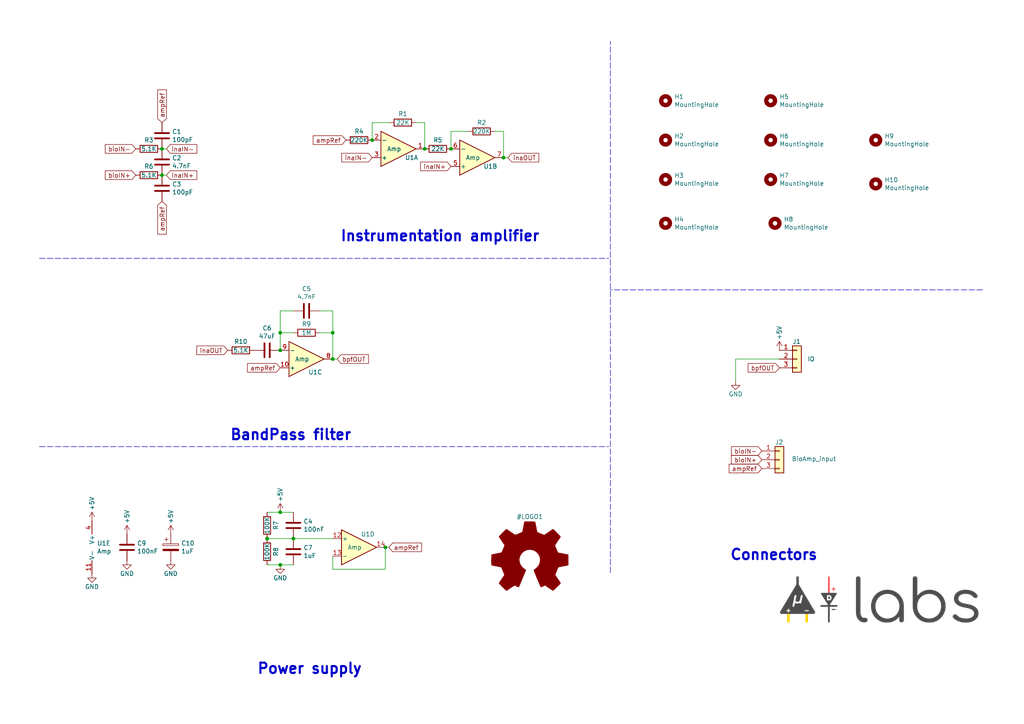
<source format=kicad_sch>
(kicad_sch (version 20231120) (generator "eeschema") (generator_version "8.0")
  (paper "A4")
  (title_block (title "Heart BioAmp Candy") (date "2024-11-17") (rev "v0.2") (company "Upside Down Labs") (comment 1 "Quad OpAmp based design") (comment 2 "Chords application compatible") (comment 3 "Heart BioAmp Candy") (comment 4 "Candy size sensor for ECG"))
  (lib_symbols
    (symbol "Amplifier_Operational:LM324" (pin_names (offset 0.127))
      (property "Reference" "U" (at 0 5.08 0))
      (property "Value" "LM324" (at 0 -5.08 0))
      (symbol "LM324_1_1"
        (polyline (pts (xy -5.08 5.08) (xy 5.08 0) (xy -5.08 -5.08) (xy -5.08 5.08)) (stroke (width 0.254)) (fill (type background)))
        (pin output line (at 7.62 0 180) (length 2.54) (name "~") (number "1"))
        (pin input line (at -7.62 -2.54 0) (length 2.54) (name "-") (number "2"))
        (pin input line (at -7.62 2.54 0) (length 2.54) (name "+") (number "3"))
      )
      (symbol "LM324_2_1"
        (polyline (pts (xy -5.08 5.08) (xy 5.08 0) (xy -5.08 -5.08) (xy -5.08 5.08)) (stroke (width 0.254)) (fill (type background)))
        (pin input line (at -7.62 2.54 0) (length 2.54) (name "+") (number "5"))
        (pin input line (at -7.62 -2.54 0) (length 2.54) (name "-") (number "6"))
        (pin output line (at 7.62 0 180) (length 2.54) (name "~") (number "7"))
      )
      (symbol "LM324_3_1"
        (polyline (pts (xy -5.08 5.08) (xy 5.08 0) (xy -5.08 -5.08) (xy -5.08 5.08)) (stroke (width 0.254)) (fill (type background)))
        (pin input line (at -7.62 2.54 0) (length 2.54) (name "+") (number "10"))
        (pin output line (at 7.62 0 180) (length 2.54) (name "~") (number "8"))
        (pin input line (at -7.62 -2.54 0) (length 2.54) (name "-") (number "9"))
      )
      (symbol "LM324_4_1"
        (polyline (pts (xy -5.08 5.08) (xy 5.08 0) (xy -5.08 -5.08) (xy -5.08 5.08)) (stroke (width 0.254)) (fill (type background)))
        (pin input line (at -7.62 2.54 0) (length 2.54) (name "+") (number "12"))
        (pin input line (at -7.62 -2.54 0) (length 2.54) (name "-") (number "13"))
        (pin output line (at 7.62 0 180) (length 2.54) (name "~") (number "14"))
      )
      (symbol "LM324_5_1"
        (pin power_in line (at -2.54 -7.62 90) (length 3.81) (name "V-") (number "11"))
        (pin power_in line (at -2.54 7.62 270) (length 3.81) (name "V+") (number "4"))
      )
    )
    (symbol "Connector_Generic:Conn_01x03" (pin_names (offset 1.016) hide)
      (property "Reference" "J" (at 0 5.08 0))
      (property "Value" "Conn_01x03" (at 0 -5.08 0))
      (symbol "Conn_01x03_1_1"
        (rectangle (start -1.27 -2.413) (end 0 -2.667) (stroke (width 0.1524)))
        (rectangle (start -1.27 0.127) (end 0 -0.127) (stroke (width 0.1524)))
        (rectangle (start -1.27 2.667) (end 0 2.413) (stroke (width 0.1524)))
        (rectangle (start -1.27 3.81) (end 1.27 -3.81) (stroke (width 0.254)) (fill (type background)))
        (pin passive line (at -5.08 2.54 0) (length 3.81) (name "Pin_1") (number "1"))
        (pin passive line (at -5.08 0 0) (length 3.81) (name "Pin_2") (number "2"))
        (pin passive line (at -5.08 -2.54 0) (length 3.81) (name "Pin_3") (number "3"))
      )
    )
    (symbol "Device:C" (pin_numbers hide) (pin_names (offset 0.254))
      (property "Reference" "C" (at 0.635 2.54 0))
      (property "Value" "C" (at 0.635 -2.54 0))
      (symbol "C_0_1"
        (polyline (pts (xy -2.032 -0.762) (xy 2.032 -0.762)) (stroke (width 0.508)))
        (polyline (pts (xy -2.032 0.762) (xy 2.032 0.762)) (stroke (width 0.508)))
      )
      (symbol "C_1_1"
        (pin passive line (at 0 3.81 270) (length 2.794) (name "~") (number "1"))
        (pin passive line (at 0 -3.81 90) (length 2.794) (name "~") (number "2"))
      )
    )
    (symbol "Device:CP" (pin_numbers hide) (pin_names (offset 0.254))
      (property "Reference" "C" (at 0.635 2.54 0))
      (property "Value" "Device_CP" (at 0.635 -2.54 0))
      (symbol "CP_0_1"
        (rectangle (start -2.286 0.508) (end 2.286 1.016))
        (polyline (pts (xy -1.778 2.286) (xy -0.762 2.286)))
        (polyline (pts (xy -1.27 2.794) (xy -1.27 1.778)))
        (rectangle (start 2.286 -0.508) (end -2.286 -1.016) (fill (type outline)))
      )
      (symbol "CP_1_1"
        (pin passive line (at 0 3.81 270) (length 2.794) (name "~") (number "1"))
        (pin passive line (at 0 -3.81 90) (length 2.794) (name "~") (number "2"))
      )
    )
    (symbol "Device:R" (pin_numbers hide) (pin_names (offset 0))
      (property "Reference" "R" (at 2.032 0 90))
      (property "Value" "R" (at 0 0 90))
      (symbol "R_0_1"
        (rectangle (start -1.016 -2.54) (end 1.016 2.54) (stroke (width 0.254)))
      )
      (symbol "R_1_1"
        (pin passive line (at 0 3.81 270) (length 1.27) (name "~") (number "1"))
        (pin passive line (at 0 -3.81 90) (length 1.27) (name "~") (number "2"))
      )
    )
    (symbol "Graphic:Logo_Open_Hardware_Large" (in_bom no) (on_board no)
      (symbol "Logo_Open_Hardware_Large_1_1"
        (polyline (pts (xy 6.731 -8.7122) (xy 6.6294 -8.6614) (xy 6.35 -8.4836) (xy 5.9944 -8.255) (xy 5.5372 -7.9502) (xy 5.1054 -7.6454) (xy 4.7498 -7.4168) (xy 4.4958 -7.239) (xy 4.3942 -7.1882) (xy 4.318 -7.2136) (xy 4.1148 -7.3152) (xy 3.81 -7.4676) (xy 3.6322 -7.5692) (xy 3.3528 -7.6708) (xy 3.2258 -7.6962) (xy 3.2004 -7.6708) (xy 3.0988 -7.4676) (xy 2.9464 -7.0866) (xy 2.7178 -6.604) (xy 2.4892 -6.0452) (xy 2.2352 -5.4356) (xy 1.9558 -4.826) (xy 1.7272 -4.2164) (xy 1.4986 -3.683) (xy 1.3208 -3.2512) (xy 1.2192 -2.9464) (xy 1.1684 -2.8194) (xy 1.1938 -2.794) (xy 1.3208 -2.667) (xy 1.5748 -2.4892) (xy 2.0828 -2.0574) (xy 2.6162 -1.397) (xy 2.921 -0.6604) (xy 3.048 0.1524) (xy 2.9464 0.9144) (xy 2.6416 1.6256) (xy 2.1336 2.286) (xy 1.524 2.7686) (xy 0.8128 3.0734) (xy 0 3.175) (xy -0.762 3.0988) (xy -1.4986 2.794) (xy -2.159 2.286) (xy -2.4384 1.9812) (xy -2.8194 1.3208) (xy -3.048 0.6096) (xy -3.0734 0.4318) (xy -3.0226 -0.3556) (xy -2.794 -1.0922) (xy -2.3876 -1.7526) (xy -1.8288 -2.3114) (xy -1.7526 -2.3622) (xy -1.4732 -2.5654) (xy -1.2954 -2.6924) (xy -1.1684 -2.8194) (xy -2.159 -5.207) (xy -2.3114 -5.588) (xy -2.5908 -6.2484) (xy -2.8194 -6.8072) (xy -3.0226 -7.2644) (xy -3.1496 -7.5692) (xy -3.2258 -7.6708) (xy -3.2258 -7.6962) (xy -3.302 -7.6962) (xy -3.4798 -7.6454) (xy -3.8354 -7.4676) (xy -4.0386 -7.366) (xy -4.2926 -7.239) (xy -4.4196 -7.1882) (xy -4.5212 -7.239) (xy -4.7498 -7.3914) (xy -5.1054 -7.6454) (xy -5.5372 -7.9248) (xy -5.9436 -8.2042) (xy -6.3246 -8.4582) (xy -6.604 -8.636) (xy -6.731 -8.7122) (xy -6.7564 -8.7122) (xy -6.858 -8.636) (xy -7.0866 -8.4582) (xy -7.4168 -8.1534) (xy -7.874 -7.6962) (xy -7.9502 -7.62) (xy -8.3312 -7.239) (xy -8.636 -6.9088) (xy -8.8392 -6.6802) (xy -8.9154 -6.5786) (xy -8.9154 -6.5786) (xy -8.8392 -6.4516) (xy -8.6614 -6.1722) (xy -8.4328 -5.7912) (xy -8.128 -5.3594) (xy -7.3152 -4.191) (xy -7.7724 -3.0988) (xy -7.8994 -2.7686) (xy -8.0772 -2.3622) (xy -8.2042 -2.0828) (xy -8.255 -1.9558) (xy -8.382 -1.905) (xy -8.6614 -1.8542) (xy -9.0932 -1.7526) (xy -9.6266 -1.651) (xy -10.1092 -1.5748) (xy -10.541 -1.4732) (xy -10.8712 -1.4224) (xy -11.0236 -1.397) (xy -11.049 -1.3716) (xy -11.0744 -1.2954) (xy -11.0998 -1.143) (xy -11.0998 -0.889) (xy -11.1252 -0.4572) (xy -11.1252 0.1524) (xy -11.1252 0.2286) (xy -11.0998 0.8128) (xy -11.0998 1.27) (xy -11.0744 1.5494) (xy -11.0744 1.6764) (xy -11.0744 1.6764) (xy -10.922 1.7018) (xy -10.6172 1.778) (xy -10.16 1.8542) (xy -9.652 1.9558) (xy -9.6012 1.9812) (xy -9.0932 2.0828) (xy -8.636 2.159) (xy -8.3312 2.2352) (xy -8.2042 2.286) (xy -8.1788 2.3114) (xy -8.0772 2.5146) (xy -7.9248 2.8448) (xy -7.747 3.2512) (xy -7.5692 3.6576) (xy -7.4168 4.0386) (xy -7.3152 4.318) (xy -7.2898 4.445) (xy -7.2898 4.445) (xy -7.366 4.572) (xy -7.5438 4.826) (xy -7.7978 5.207) (xy -8.128 5.6642) (xy -8.128 5.6896) (xy -8.4328 6.1468) (xy -8.6868 6.5278) (xy -8.8392 6.7818) (xy -8.9154 6.9088) (xy -8.9154 6.9088) (xy -8.8138 7.0358) (xy -8.5852 7.2898) (xy -8.255 7.6454) (xy -7.874 8.0264) (xy -7.747 8.1534) (xy -7.3152 8.5852) (xy -7.0104 8.8646) (xy -6.8326 8.9916) (xy -6.731 9.0424) (xy -6.731 9.0424) (xy -6.604 8.9408) (xy -6.3246 8.763) (xy -5.9436 8.509) (xy -5.4864 8.2042) (xy -5.461 8.1788) (xy -5.0038 7.874) (xy -4.6482 7.62) (xy -4.3688 7.4422) (xy -4.2672 7.3914) (xy -4.2418 7.3914) (xy -4.064 7.4422) (xy -3.7338 7.5438) (xy -3.3528 7.6962) (xy -2.9464 7.874) (xy -2.5654 8.0264) (xy -2.286 8.1534) (xy -2.159 8.2296) (xy -2.159 8.2296) (xy -2.1082 8.382) (xy -2.032 8.7122) (xy -1.9304 9.1694) (xy -1.8288 9.7282) (xy -1.8034 9.8044) (xy -1.7018 10.3378) (xy -1.6256 10.7696) (xy -1.5748 11.0744) (xy -1.524 11.2014) (xy -1.4478 11.2268) (xy -1.1938 11.2522) (xy -0.8128 11.2522) (xy -0.3302 11.2522) (xy 0.1524 11.2522) (xy 0.6604 11.2522) (xy 1.0668 11.2268) (xy 1.3716 11.2014) (xy 1.4986 11.176) (xy 1.4986 11.176) (xy 1.5494 11.0236) (xy 1.6256 10.6934) (xy 1.7018 10.2108) (xy 1.8288 9.6774) (xy 1.8288 9.5758) (xy 1.9304 9.0424) (xy 2.032 8.6106) (xy 2.0828 8.3058) (xy 2.1336 8.2042) (xy 2.159 8.1788) (xy 2.3876 8.0772) (xy 2.7432 7.9248) (xy 3.175 7.747) (xy 4.191 7.3406) (xy 5.461 8.2042) (xy 5.5626 8.2804) (xy 6.0198 8.5852) (xy 6.3754 8.8392) (xy 6.6294 8.9916) (xy 6.7564 9.0424) (xy 6.7564 9.0424) (xy 6.8834 8.9408) (xy 7.1374 8.7122) (xy 7.4676 8.382) (xy 7.8486 7.9756) (xy 8.1534 7.6962) (xy 8.4836 7.3406) (xy 8.7122 7.112) (xy 8.8392 6.9596) (xy 8.8646 6.858) (xy 8.8646 6.8072) (xy 8.7884 6.6802) (xy 8.6106 6.4008) (xy 8.3312 6.0198) (xy 8.0264 5.588) (xy 7.7978 5.207) (xy 7.5184 4.8006) (xy 7.3406 4.4958) (xy 7.2898 4.3434) (xy 7.2898 4.2926) (xy 7.3914 4.0386) (xy 7.5184 3.683) (xy 7.7216 3.2258) (xy 8.1534 2.2352) (xy 8.7884 2.1082) (xy 9.1948 2.0574) (xy 9.7536 1.9304) (xy 10.2616 1.8288) (xy 11.0998 1.6764) (xy 11.1252 -1.3208) (xy 10.9982 -1.3716) (xy 10.8712 -1.397) (xy 10.5664 -1.4732) (xy 10.1346 -1.5494) (xy 9.6266 -1.651) (xy 9.1948 -1.7272) (xy 8.7376 -1.8288) (xy 8.4328 -1.8796) (xy 8.2804 -1.905) (xy 8.255 -1.9558) (xy 8.1534 -2.159) (xy 7.9756 -2.5146) (xy 7.8232 -2.921) (xy 7.6454 -3.3274) (xy 7.493 -3.7338) (xy 7.366 -4.0132) (xy 7.3406 -4.191) (xy 7.3914 -4.2926) (xy 7.5692 -4.5466) (xy 7.7978 -4.9276) (xy 8.1026 -5.3594) (xy 8.4074 -5.7912) (xy 8.6614 -6.1722) (xy 8.8138 -6.4262) (xy 8.89 -6.5532) (xy 8.8646 -6.6548) (xy 8.6868 -6.858) (xy 8.3566 -7.1882) (xy 7.874 -7.6708) (xy 7.7978 -7.747) (xy 7.3914 -8.128) (xy 7.0612 -8.4328) (xy 6.8326 -8.636) (xy 6.731 -8.7122)) (fill (type outline)))
      )
    )
    (symbol "Mechanical:MountingHole" (pin_names (offset 1.016)) (exclude_from_sim yes) (in_bom no)
      (property "Reference" "H" (at 0 5.08 0))
      (property "Value" "MountingHole" (at 0 3.175 0))
      (symbol "MountingHole_0_1"
        (circle (center 0 0) (radius 1.27) (stroke (width 1.27)))
      )
    )
    (symbol "power:+5V" (power) (pin_numbers hide) (pin_names (offset 0) hide)
      (property "Value" "+5V" (at 0 3.556 0))
      (symbol "+5V_0_1"
        (polyline (pts (xy -0.762 1.27) (xy 0 2.54)))
        (polyline (pts (xy 0 0) (xy 0 2.54)))
        (polyline (pts (xy 0 2.54) (xy 0.762 1.27)))
      )
      (symbol "+5V_1_1"
        (pin power_in line (at 0 0 90) (length 0) (name "~") (number "1"))
      )
    )
    (symbol "power:GND" (power) (pin_numbers hide) (pin_names (offset 0) hide)
      (property "Value" "GND" (at 0 -3.81 0))
      (symbol "GND_0_1"
        (polyline (pts (xy 0 0) (xy 0 -1.27) (xy 1.27 -1.27) (xy 0 -2.54) (xy -1.27 -1.27) (xy 0 -1.27)))
      )
      (symbol "GND_1_1"
        (pin power_in line (at 0 0 270) (length 0) (name "~") (number "1"))
      )
    )
  )
  (junction (at 85.09 156.21))
  (junction (at 46.99 50.8))
  (junction (at 81.28 96.52))
  (junction (at 77.47 156.21))
  (junction (at 111.76 158.75))
  (junction (at 130.81 43.18))
  (junction (at 123.19 43.18))
  (junction (at 81.28 163.83))
  (junction (at 96.52 96.52))
  (junction (at 96.52 104.14))
  (junction (at 107.95 40.64))
  (junction (at 81.28 101.6))
  (junction (at 81.28 148.59))
  (junction (at 46.99 43.18))
  (junction (at 146.05 45.72))
  (wire (pts (xy 135.89 38.1) (xy 130.81 38.1)))
  (wire (pts (xy 213.36 110.49) (xy 213.36 104.14)))
  (wire (pts (xy 77.47 156.21) (xy 85.09 156.21)))
  (wire (pts (xy 113.03 35.56) (xy 107.95 35.56)))
  (wire (pts (xy 96.52 161.29) (xy 96.52 165.1)))
  (wire (pts (xy 85.09 96.52) (xy 81.28 96.52)))
  (wire (pts (xy 146.05 45.72) (xy 147.32 45.72)))
  (wire (pts (xy 96.52 90.17) (xy 96.52 96.52)))
  (wire (pts (xy 81.28 90.17) (xy 81.28 96.52)))
  (polyline (pts (xy 284.988 84.074) (xy 177.038 84.074)) (stroke (width 0) (type dash)))
  (polyline (pts (xy 177.038 166.116) (xy 177.038 11.938)) (stroke (width 0) (type dash)))
  (wire (pts (xy 146.05 38.1) (xy 146.05 45.72)))
  (wire (pts (xy 81.28 96.52) (xy 81.28 101.6)))
  (wire (pts (xy 111.76 165.1) (xy 111.76 158.75)))
  (wire (pts (xy 96.52 104.14) (xy 97.79 104.14)))
  (polyline (pts (xy 11.43 74.93) (xy 176.53 74.93)) (stroke (width 0) (type dash)))
  (wire (pts (xy 120.65 35.56) (xy 123.19 35.56)))
  (wire (pts (xy 77.47 163.83) (xy 81.28 163.83)))
  (wire (pts (xy 77.47 148.59) (xy 81.28 148.59)))
  (wire (pts (xy 85.09 90.17) (xy 81.28 90.17)))
  (wire (pts (xy 130.81 38.1) (xy 130.81 43.18)))
  (wire (pts (xy 112.776 158.75) (xy 111.76 158.75)))
  (wire (pts (xy 96.52 156.21) (xy 85.09 156.21)))
  (wire (pts (xy 92.71 90.17) (xy 96.52 90.17)))
  (wire (pts (xy 143.51 38.1) (xy 146.05 38.1)))
  (wire (pts (xy 48.26 43.18) (xy 46.99 43.18)))
  (wire (pts (xy 96.52 165.1) (xy 111.76 165.1)))
  (wire (pts (xy 81.28 148.59) (xy 85.09 148.59)))
  (wire (pts (xy 96.52 96.52) (xy 96.52 104.14)))
  (wire (pts (xy 213.36 104.14) (xy 226.06 104.14)))
  (wire (pts (xy 107.95 35.56) (xy 107.95 40.64)))
  (wire (pts (xy 123.19 35.56) (xy 123.19 43.18)))
  (wire (pts (xy 48.26 50.8) (xy 46.99 50.8)))
  (polyline (pts (xy 11.43 129.54) (xy 176.53 129.54)) (stroke (width 0) (type dash)))
  (wire (pts (xy 81.28 163.83) (xy 85.09 163.83)))
  (wire (pts (xy 92.71 96.52) (xy 96.52 96.52)))
  (image (at 255.016 173.863) (scale 0.313333))
  (text "BandPass filter" (at 66.548 128.016 0) (effects (font (size 2.9972 2.9972) (thickness 0.5994) (bold yes)) (justify left bottom)))
  (text "Instrumentation amplifier" (at 98.552 70.358 0) (effects (font (size 2.9972 2.9972) (thickness 0.5994) (bold yes)) (justify left bottom)))
  (text "Connectors" (at 211.582 162.814 0) (effects (font (size 2.9972 2.9972) (thickness 0.5994) (bold yes)) (justify left bottom)))
  (text "Power supply" (at 74.422 195.834 0) (effects (font (size 2.9972 2.9972) (thickness 0.5994) (bold yes)) (justify left bottom)))
  (global_label "ampRef" (shape input) (at 112.776 158.75 0) (property "Intersheetrefs" "${INTERSHEET_REFS}" (effects (hide yes))))
  (global_label "inaIN-" (shape input) (at 107.95 45.72 180) (property "Intersheetrefs" "${INTERSHEET_REFS}" (effects (hide yes))))
  (global_label "inaIN+" (shape input) (at 48.26 50.8 0) (property "Intersheetrefs" "${INTERSHEET_REFS}" (effects (hide yes))))
  (global_label "bpfOUT" (shape input) (at 97.79 104.14 0) (property "Intersheetrefs" "${INTERSHEET_REFS}" (effects (hide yes))))
  (global_label "ampRef" (shape input) (at 46.99 35.56 90) (property "Intersheetrefs" "${INTERSHEET_REFS}" (effects (hide yes))))
  (global_label "inaOUT" (shape input) (at 66.04 101.6 180) (property "Intersheetrefs" "${INTERSHEET_REFS}" (effects (hide yes))))
  (global_label "bioIN-" (shape input) (at 39.37 43.18 180) (property "Intersheetrefs" "${INTERSHEET_REFS}" (effects (hide yes))))
  (global_label "inaIN+" (shape input) (at 130.81 48.26 180) (property "Intersheetrefs" "${INTERSHEET_REFS}" (effects (hide yes))))
  (global_label "bioIN+" (shape input) (at 220.98 133.35 180) (property "Intersheetrefs" "${INTERSHEET_REFS}" (effects (hide yes))))
  (global_label "ampRef" (shape input) (at 46.99 58.42 270) (property "Intersheetrefs" "${INTERSHEET_REFS}" (effects (hide yes))))
  (global_label "bioIN-" (shape input) (at 220.98 130.81 180) (property "Intersheetrefs" "${INTERSHEET_REFS}" (effects (hide yes))))
  (global_label "inaIN-" (shape input) (at 48.26 43.18 0) (property "Intersheetrefs" "${INTERSHEET_REFS}" (effects (hide yes))))
  (global_label "inaOUT" (shape input) (at 147.32 45.72 0) (property "Intersheetrefs" "${INTERSHEET_REFS}" (effects (hide yes))))
  (global_label "ampRef" (shape input) (at 81.28 106.68 180) (property "Intersheetrefs" "${INTERSHEET_REFS}" (effects (hide yes))))
  (global_label "ampRef" (shape input) (at 100.33 40.64 180) (property "Intersheetrefs" "${INTERSHEET_REFS}" (effects (hide yes))))
  (global_label "bioIN+" (shape input) (at 39.37 50.8 180) (property "Intersheetrefs" "${INTERSHEET_REFS}" (effects (hide yes))))
  (global_label "bpfOUT" (shape input) (at 226.06 106.68 180) (property "Intersheetrefs" "${INTERSHEET_REFS}" (effects (hide yes))))
  (global_label "ampRef" (shape input) (at 220.98 135.89 180) (property "Intersheetrefs" "${INTERSHEET_REFS}" (effects (hide yes))))
  (symbol (lib_id "Amplifier_Operational:LM324") (at 115.57 43.18 0) (mirror x) (unit 1)
    (property "Reference" "U1" (at 119.38 45.72 0))
    (property "Value" "Amp" (at 114.3 43.18 0))
    (property "Footprint" "Package_SO:SOIC-14_3.9x8.7mm_P1.27mm" (effects (hide yes)))
    (property "Datasheet" "http://www.ti.com/lit/ds/symlink/lm2902-n.pdf" (effects (hide yes)))
  )
  (symbol (lib_id "Amplifier_Operational:LM324") (at 138.43 45.72 0) (mirror x) (unit 2)
    (property "Reference" "U1" (at 142.24 48.26 0))
    (property "Value" "Amp" (at 137.16 45.72 0))
    (property "Footprint" "Package_SO:SOIC-14_3.9x8.7mm_P1.27mm" (effects (hide yes)))
    (property "Datasheet" "http://www.ti.com/lit/ds/symlink/lm2902-n.pdf" (effects (hide yes)))
  )
  (symbol (lib_id "Amplifier_Operational:LM324") (at 88.9 104.14 0) (mirror x) (unit 3)
    (property "Reference" "U1" (at 91.44 107.95 0))
    (property "Value" "Amp" (at 87.63 104.14 0))
    (property "Footprint" "Package_SO:SOIC-14_3.9x8.7mm_P1.27mm" (effects (hide yes)))
    (property "Datasheet" "http://www.ti.com/lit/ds/symlink/lm2902-n.pdf" (effects (hide yes)))
  )
  (symbol (lib_id "Amplifier_Operational:LM324") (at 104.14 158.75 0) (unit 4)
    (property "Reference" "U1" (at 106.68 154.94 0))
    (property "Value" "Amp" (at 102.87 158.75 0))
    (property "Footprint" "Package_SO:SOIC-14_3.9x8.7mm_P1.27mm" (effects (hide yes)))
    (property "Datasheet" "http://www.ti.com/lit/ds/symlink/lm2902-n.pdf" (effects (hide yes)))
  )
  (symbol (lib_id "Amplifier_Operational:LM324") (at 29.21 158.75 0) (unit 5)
    (property "Reference" "U1" (at 28.1432 157.5816 0) (effects (justify left)))
    (property "Value" "Amp" (at 28.1432 159.893 0) (effects (justify left)))
    (property "Footprint" "Package_SO:SOIC-14_3.9x8.7mm_P1.27mm" (effects (hide yes)))
    (property "Datasheet" "http://www.ti.com/lit/ds/symlink/lm2902-n.pdf" (effects (hide yes)))
  )
  (symbol (lib_id "Device:R") (at 104.14 40.64 270) (unit 1)
    (property "Reference" "R4" (at 104.14 38.1 90))
    (property "Value" "220K" (at 104.14 40.64 90))
    (property "Footprint" "Resistor_SMD:R_0805_2012Metric_Pad1.20x1.40mm_HandSolder" (effects (hide yes)))
  )
  (symbol (lib_id "Device:R") (at 43.18 43.18 270) (unit 1)
    (property "Reference" "R3" (at 43.18 40.64 90))
    (property "Value" "5.1K" (at 43.18 43.18 90))
    (property "Footprint" "Resistor_SMD:R_0805_2012Metric_Pad1.20x1.40mm_HandSolder" (effects (hide yes)))
  )
  (symbol (lib_id "Device:R") (at 43.18 50.8 270) (unit 1)
    (property "Reference" "R6" (at 43.18 48.26 90))
    (property "Value" "5.1K" (at 43.18 50.8 90))
    (property "Footprint" "Resistor_SMD:R_0805_2012Metric_Pad1.20x1.40mm_HandSolder" (effects (hide yes)))
  )
  (symbol (lib_id "Device:R") (at 127 43.18 270) (unit 1)
    (property "Reference" "R5" (at 127 40.64 90))
    (property "Value" "22K" (at 127 43.18 90))
    (property "Footprint" "Resistor_SMD:R_0805_2012Metric_Pad1.20x1.40mm_HandSolder" (effects (hide yes)))
  )
  (symbol (lib_id "Device:R") (at 116.84 35.56 270) (unit 1)
    (property "Reference" "R1" (at 116.84 33.02 90))
    (property "Value" "22K" (at 116.84 35.56 90))
    (property "Footprint" "Resistor_SMD:R_0805_2012Metric_Pad1.20x1.40mm_HandSolder" (effects (hide yes)))
  )
  (symbol (lib_id "Device:R") (at 139.7 38.1 270) (unit 1)
    (property "Reference" "R2" (at 139.7 35.56 90))
    (property "Value" "220K" (at 139.7 38.1 90))
    (property "Footprint" "Resistor_SMD:R_0805_2012Metric_Pad1.20x1.40mm_HandSolder" (effects (hide yes)))
  )
  (symbol (lib_id "Device:C") (at 46.99 46.99 180) (unit 1)
    (property "Reference" "C2" (at 49.911 45.8216 0) (effects (justify right)))
    (property "Value" "4.7nF" (at 49.911 48.133 0) (effects (justify right)))
    (property "Footprint" "Capacitor_SMD:C_0805_2012Metric_Pad1.18x1.45mm_HandSolder" (effects (hide yes)))
  )
  (symbol (lib_id "Device:C") (at 46.99 39.37 180) (unit 1)
    (property "Reference" "C1" (at 49.911 38.2016 0) (effects (justify right)))
    (property "Value" "100pF" (at 49.911 40.513 0) (effects (justify right)))
    (property "Footprint" "Capacitor_SMD:C_0805_2012Metric_Pad1.18x1.45mm_HandSolder" (effects (hide yes)))
  )
  (symbol (lib_id "Device:C") (at 46.99 54.61 180) (unit 1)
    (property "Reference" "C3" (at 49.911 53.4416 0) (effects (justify right)))
    (property "Value" "100pF" (at 49.911 55.753 0) (effects (justify right)))
    (property "Footprint" "Capacitor_SMD:C_0805_2012Metric_Pad1.18x1.45mm_HandSolder" (effects (hide yes)))
  )
  (symbol (lib_id "power:+5V") (at 26.67 151.13 0) (unit 1)
    (property "Reference" "#PWR0101" (effects (hide yes)))
    (property "Value" "+5V" (at 26.67 146.05 90))
  )
  (symbol (lib_id "power:GND") (at 26.67 166.37 0) (unit 1)
    (property "Reference" "#PWR0102" (effects (hide yes)))
    (property "Value" "GND" (at 26.67 170.18 0))
  )
  (symbol (lib_id "Device:R") (at 77.47 152.4 180) (unit 1)
    (property "Reference" "R7" (at 80.01 152.4 90))
    (property "Value" "100K" (at 77.47 152.4 90))
    (property "Footprint" "Resistor_SMD:R_0805_2012Metric_Pad1.20x1.40mm_HandSolder" (effects (hide yes)))
  )
  (symbol (lib_id "Device:R") (at 77.47 160.02 180) (unit 1)
    (property "Reference" "R8" (at 80.01 160.02 90))
    (property "Value" "100K" (at 77.47 160.02 90))
    (property "Footprint" "Resistor_SMD:R_0805_2012Metric_Pad1.20x1.40mm_HandSolder" (effects (hide yes)))
  )
  (symbol (lib_id "Device:C") (at 85.09 152.4 180) (unit 1)
    (property "Reference" "C4" (at 88.011 151.2316 0) (effects (justify right)))
    (property "Value" "100nF" (at 88.011 153.543 0) (effects (justify right)))
    (property "Footprint" "Capacitor_SMD:C_0805_2012Metric_Pad1.18x1.45mm_HandSolder" (effects (hide yes)))
  )
  (symbol (lib_id "Device:C") (at 85.09 160.02 180) (unit 1)
    (property "Reference" "C7" (at 88.011 158.8516 0) (effects (justify right)))
    (property "Value" "1uF" (at 88.011 161.163 0) (effects (justify right)))
    (property "Footprint" "Capacitor_SMD:C_0805_2012Metric_Pad1.18x1.45mm_HandSolder" (effects (hide yes)))
  )
  (symbol (lib_id "power:+5V") (at 81.28 148.59 0) (unit 1)
    (property "Reference" "#PWR0103" (effects (hide yes)))
    (property "Value" "+5V" (at 81.28 143.51 90))
  )
  (symbol (lib_id "power:GND") (at 81.28 163.83 0) (unit 1)
    (property "Reference" "#PWR0104" (effects (hide yes)))
    (property "Value" "GND" (at 81.28 167.64 0))
  )
  (symbol (lib_id "Device:C") (at 36.83 158.75 180) (unit 1)
    (property "Reference" "C9" (at 39.751 157.5816 0) (effects (justify right)))
    (property "Value" "100nF" (at 39.751 159.893 0) (effects (justify right)))
    (property "Footprint" "Capacitor_SMD:C_0805_2012Metric_Pad1.18x1.45mm_HandSolder" (effects (hide yes)))
  )
  (symbol (lib_id "Device:CP") (at 49.53 158.75 0) (unit 1)
    (property "Reference" "C10" (at 52.5272 157.5816 0) (effects (justify left)))
    (property "Value" "1uF" (at 52.5272 159.893 0) (effects (justify left)))
    (property "Footprint" "Capacitor_SMD:C_0805_2012Metric_Pad1.18x1.45mm_HandSolder" (effects (hide yes)))
  )
  (symbol (lib_id "Device:R") (at 88.9 96.52 270) (unit 1)
    (property "Reference" "R9" (at 88.9 93.98 90))
    (property "Value" "1M" (at 88.9 96.52 90))
    (property "Footprint" "Resistor_SMD:R_0805_2012Metric_Pad1.20x1.40mm_HandSolder" (effects (hide yes)))
  )
  (symbol (lib_id "Device:C") (at 88.9 90.17 90) (unit 1)
    (property "Reference" "C5" (at 88.9 83.7692 90))
    (property "Value" "4.7nF" (at 88.9 86.0806 90))
    (property "Footprint" "Capacitor_SMD:C_0805_2012Metric_Pad1.18x1.45mm_HandSolder" (effects (hide yes)))
  )
  (symbol (lib_id "Device:R") (at 69.85 101.6 270) (unit 1)
    (property "Reference" "R10" (at 69.85 99.06 90))
    (property "Value" "5.1K" (at 69.85 101.6 90))
    (property "Footprint" "Resistor_SMD:R_0805_2012Metric_Pad1.20x1.40mm_HandSolder" (effects (hide yes)))
  )
  (symbol (lib_id "Connector_Generic:Conn_01x03") (at 231.14 104.14 0) (unit 1)
    (property "Reference" "J1" (at 229.87 99.06 0) (effects (justify left)))
    (property "Value" "IO" (at 234.188 104.14 0) (effects (justify left)))
    (property "Footprint" "Connector_PinHeader_2.54mm:PinHeader_1x03_P2.54mm_Horizontal" (effects (hide yes)))
  )
  (symbol (lib_id "Connector_Generic:Conn_01x03") (at 226.06 133.35 0) (unit 1)
    (property "Reference" "J2" (at 224.79 128.27 0) (effects (justify left)))
    (property "Value" "BioAmp_input" (at 229.616 133.096 0) (effects (justify left)))
    (property "Footprint" "Connector_JST:JST_PH_S3B-PH-K_1x03_P2.00mm_Horizontal" (effects (hide yes)))
  )
  (symbol (lib_id "power:+5V") (at 226.06 101.6 0) (unit 1)
    (property "Reference" "#PWR0105" (effects (hide yes)))
    (property "Value" "+5V" (at 226.06 96.52 90))
  )
  (symbol (lib_id "power:GND") (at 213.36 110.49 0) (unit 1)
    (property "Reference" "#PWR0107" (effects (hide yes)))
    (property "Value" "GND" (at 213.36 114.3 0))
  )
  (symbol (lib_id "Device:C") (at 77.47 101.6 90) (unit 1)
    (property "Reference" "C6" (at 77.47 95.1992 90))
    (property "Value" "47uF" (at 77.47 97.5106 90))
    (property "Footprint" "Capacitor_SMD:C_0805_2012Metric_Pad1.18x1.45mm_HandSolder" (effects (hide yes)))
  )
  (symbol (lib_id "Graphic:Logo_Open_Hardware_Large") (at 153.67 162.56 0) (unit 1)
    (property "Reference" "#LOGO1" (at 153.67 149.86 0))
    (property "Value" "Logo_Open_Hardware_Large" (effects (hide yes)))
  )
  (symbol (lib_id "Mechanical:MountingHole") (at 193.04 29.21 0) (unit 1)
    (property "Reference" "H1" (at 195.58 28.0416 0) (effects (justify left)))
    (property "Value" "MountingHole" (at 195.58 30.353 0) (effects (justify left)))
    (property "Footprint" "MountingHole:MountingHole_2.1mm" (effects (hide yes)))
  )
  (symbol (lib_id "Mechanical:MountingHole") (at 193.04 52.07 0) (unit 1)
    (property "Reference" "H3" (at 195.58 50.9016 0) (effects (justify left)))
    (property "Value" "MountingHole" (at 195.58 53.213 0) (effects (justify left)))
    (property "Footprint" "MountingHole:MountingHole_2.1mm" (effects (hide yes)))
  )
  (symbol (lib_id "Mechanical:MountingHole") (at 193.04 40.64 0) (unit 1)
    (property "Reference" "H2" (at 195.58 39.4716 0) (effects (justify left)))
    (property "Value" "MountingHole" (at 195.58 41.783 0) (effects (justify left)))
    (property "Footprint" "MountingHole:MountingHole_2.1mm" (effects (hide yes)))
  )
  (symbol (lib_id "Mechanical:MountingHole") (at 193.04 64.77 0) (unit 1)
    (property "Reference" "H4" (at 195.58 63.6016 0) (effects (justify left)))
    (property "Value" "MountingHole" (at 195.58 65.913 0) (effects (justify left)))
    (property "Footprint" "MountingHole:MountingHole_2.1mm" (effects (hide yes)))
  )
  (symbol (lib_id "Mechanical:MountingHole") (at 223.52 40.64 0) (unit 1)
    (property "Reference" "H6" (at 226.06 39.4716 0) (effects (justify left)))
    (property "Value" "MountingHole" (at 226.06 41.783 0) (effects (justify left)))
    (property "Footprint" "MountingHole:MountingHole_2.1mm" (effects (hide yes)))
  )
  (symbol (lib_id "Mechanical:MountingHole") (at 223.52 29.21 0) (unit 1)
    (property "Reference" "H5" (at 226.06 28.0416 0) (effects (justify left)))
    (property "Value" "MountingHole" (at 226.06 30.353 0) (effects (justify left)))
    (property "Footprint" "MountingHole:MountingHole_2.1mm" (effects (hide yes)))
  )
  (symbol (lib_id "Mechanical:MountingHole") (at 223.52 52.07 0) (unit 1)
    (property "Reference" "H7" (at 226.06 50.9016 0) (effects (justify left)))
    (property "Value" "MountingHole" (at 226.06 53.213 0) (effects (justify left)))
    (property "Footprint" "MountingHole:MountingHole_2.1mm" (effects (hide yes)))
  )
  (symbol (lib_id "Mechanical:MountingHole") (at 254 40.64 0) (unit 1)
    (property "Reference" "H9" (at 256.54 39.4716 0) (effects (justify left)))
    (property "Value" "MountingHole" (at 256.54 41.783 0) (effects (justify left)))
    (property "Footprint" "MountingHole:MountingHole_2.1mm" (effects (hide yes)))
  )
  (symbol (lib_id "Mechanical:MountingHole") (at 224.79 64.77 0) (unit 1)
    (property "Reference" "H8" (at 227.33 63.6016 0) (effects (justify left)))
    (property "Value" "MountingHole" (at 227.33 65.913 0) (effects (justify left)))
    (property "Footprint" "MountingHole:MountingHole_2.1mm" (effects (hide yes)))
  )
  (symbol (lib_id "Mechanical:MountingHole") (at 254 53.34 0) (unit 1)
    (property "Reference" "H10" (at 256.54 52.1716 0) (effects (justify left)))
    (property "Value" "MountingHole" (at 256.54 54.483 0) (effects (justify left)))
    (property "Footprint" "MountingHole:MountingHole_2.1mm" (effects (hide yes)))
  )
  (symbol (lib_id "power:+5V") (at 36.83 154.94 0) (unit 1)
    (property "Reference" "#PWR0109" (effects (hide yes)))
    (property "Value" "+5V" (at 36.83 149.86 90))
  )
  (symbol (lib_id "power:+5V") (at 49.53 154.94 0) (unit 1)
    (property "Reference" "#PWR0110" (effects (hide yes)))
    (property "Value" "+5V" (at 49.53 149.86 90))
  )
  (symbol (lib_id "power:GND") (at 36.83 162.56 0) (unit 1)
    (property "Reference" "#PWR0122" (effects (hide yes)))
    (property "Value" "GND" (at 36.83 166.37 0))
  )
  (symbol (lib_id "power:GND") (at 49.53 162.56 0) (unit 1)
    (property "Reference" "#PWR0123" (effects (hide yes)))
    (property "Value" "GND" (at 49.53 166.37 0))
  )
)
</source>
